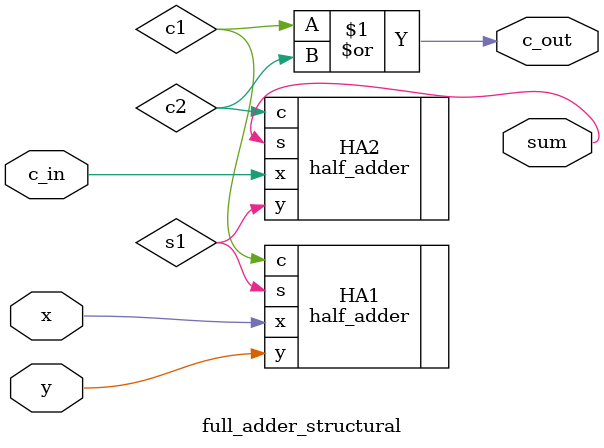
<source format=v>
`timescale 1ns / 1ps

module full_adder_structural(
    input wire x, y, c_in,
    output wire sum, c_out
);
    wire s1, c1, c2;

    half_adder HA1(
        .x(x),
        .y(y),
        .s(s1),
        .c(c1)
    );

    half_adder HA2(
        .x(c_in),
        .y(s1),
        .s(sum),
        .c(c2)
    );

    or or1(c_out,c1,c2);
    
endmodule

</source>
